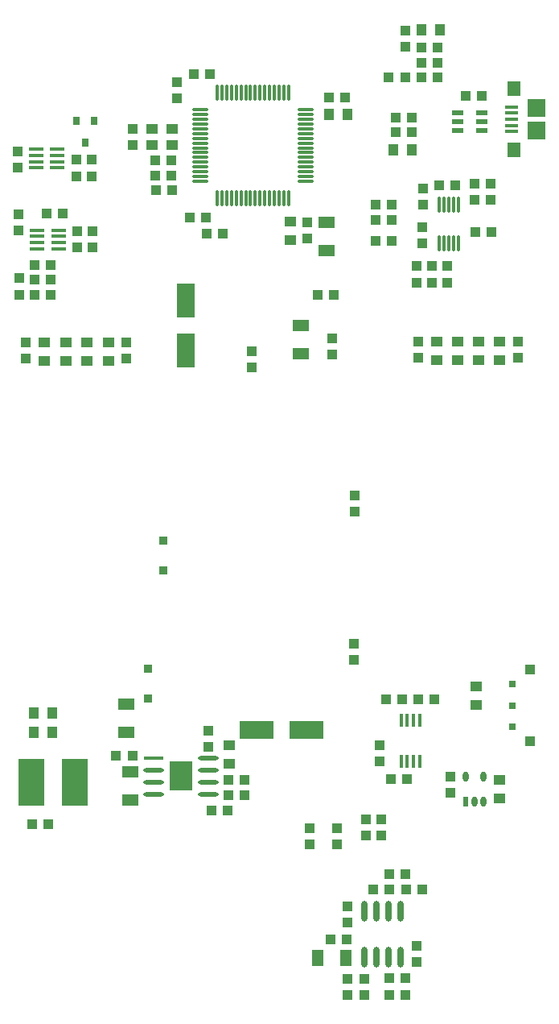
<source format=gtp>
G04*
G04 #@! TF.GenerationSoftware,Altium Limited,CircuitStudio,1.5.1 (13)*
G04*
G04 Layer_Color=7318015*
%FSLAX44Y44*%
%MOMM*%
G71*
G01*
G75*
%ADD10R,0.4318X1.4224*%
%ADD11R,0.9500X0.9000*%
%ADD12R,1.3000X1.0500*%
%ADD13R,1.1999X0.5999*%
%ADD14R,1.1000X1.0000*%
%ADD15R,1.3500X0.4000*%
%ADD16R,1.4000X1.6000*%
%ADD17R,1.9000X1.9000*%
%ADD18R,1.0000X1.1000*%
%ADD19R,1.0500X1.3000*%
%ADD20R,1.5500X0.4500*%
%ADD21R,0.8000X0.9000*%
%ADD22R,1.7500X1.1500*%
%ADD23O,0.3000X1.7000*%
%ADD24R,2.7000X4.8999*%
%ADD25O,1.8000X0.3000*%
%ADD26O,0.3000X1.8000*%
%ADD27R,1.3000X1.1000*%
%ADD28O,0.6000X2.2000*%
%ADD29R,1.1500X1.7500*%
%ADD30R,3.5500X1.8500*%
%ADD31R,1.8500X3.5500*%
%ADD32O,2.1500X0.4500*%
%ADD33R,2.1500X0.4500*%
%ADD34R,2.4000X3.1000*%
%ADD35O,0.6000X1.1000*%
%ADD36R,0.6000X1.1000*%
%ADD37R,0.8000X0.8000*%
%ADD38R,1.0000X1.0000*%
D10*
X685194Y564769D02*
D03*
X691694D02*
D03*
X698194D02*
D03*
X704694D02*
D03*
Y521335D02*
D03*
X698194D02*
D03*
X691694D02*
D03*
X685194D02*
D03*
D11*
X419100Y618744D02*
D03*
Y587244D02*
D03*
X435102Y722118D02*
D03*
Y753618D02*
D03*
D12*
X764540Y580546D02*
D03*
Y600046D02*
D03*
X788416Y962338D02*
D03*
Y942838D02*
D03*
X744916Y962338D02*
D03*
Y942838D02*
D03*
X722869Y962338D02*
D03*
Y942838D02*
D03*
X331963Y942584D02*
D03*
Y962084D02*
D03*
X354417D02*
D03*
Y942584D02*
D03*
X766963Y962338D02*
D03*
Y942838D02*
D03*
X309510Y942584D02*
D03*
Y962084D02*
D03*
X376870Y942584D02*
D03*
Y962084D02*
D03*
X504190Y538070D02*
D03*
Y518570D02*
D03*
X788416Y502256D02*
D03*
Y482756D02*
D03*
X568960Y1088488D02*
D03*
Y1068988D02*
D03*
D13*
X769673Y1184300D02*
D03*
Y1193800D02*
D03*
Y1203299D02*
D03*
X744675D02*
D03*
Y1193800D02*
D03*
Y1184300D02*
D03*
D14*
X696586Y1182624D02*
D03*
X679586D02*
D03*
X696586Y1198372D02*
D03*
X679586D02*
D03*
X752992Y1220470D02*
D03*
X769992D02*
D03*
X723528Y1240012D02*
D03*
X706528D02*
D03*
X706528Y1271762D02*
D03*
X723528D02*
D03*
X689238Y1240012D02*
D03*
X672238D02*
D03*
X299602Y1011682D02*
D03*
X316602D02*
D03*
X316602Y1027430D02*
D03*
X299602D02*
D03*
X299602Y1043178D02*
D03*
X316602D02*
D03*
X328794Y1097534D02*
D03*
X311794D02*
D03*
X658504Y1106424D02*
D03*
X675504D02*
D03*
X658504Y1068832D02*
D03*
X675504D02*
D03*
X780406Y1077976D02*
D03*
X763406D02*
D03*
X703462Y586486D02*
D03*
X720462D02*
D03*
X686172D02*
D03*
X669172D02*
D03*
X723528Y1255760D02*
D03*
X706528D02*
D03*
X443602Y1137412D02*
D03*
X426602D02*
D03*
X443348Y1153414D02*
D03*
X426348D02*
D03*
X479416Y1092708D02*
D03*
X462416D02*
D03*
X609482Y1219454D02*
D03*
X626482D02*
D03*
X483734Y1243838D02*
D03*
X466734D02*
D03*
X658504Y1090168D02*
D03*
X675504D02*
D03*
X385200Y527812D02*
D03*
X402200D02*
D03*
X296554Y455168D02*
D03*
X313554D02*
D03*
X520310Y501650D02*
D03*
X503310D02*
D03*
X520310Y485902D02*
D03*
X503310D02*
D03*
X502276Y469900D02*
D03*
X485276D02*
D03*
X742306Y1127252D02*
D03*
X725306D02*
D03*
X480450Y1076452D02*
D03*
X497450D02*
D03*
X672710Y386588D02*
D03*
X655710D02*
D03*
X610498Y334772D02*
D03*
X627498D02*
D03*
X690508Y386588D02*
D03*
X707508D02*
D03*
X646040Y292608D02*
D03*
X629040D02*
D03*
X672982Y276352D02*
D03*
X689982D02*
D03*
X672728Y293624D02*
D03*
X689728D02*
D03*
X672728Y402844D02*
D03*
X689728D02*
D03*
X629040Y276098D02*
D03*
X646040D02*
D03*
X597036Y1011682D02*
D03*
X614036D02*
D03*
X426856Y1121410D02*
D03*
X443856D02*
D03*
X691506Y502920D02*
D03*
X674506D02*
D03*
D15*
X801290Y1183340D02*
D03*
Y1189840D02*
D03*
Y1196340D02*
D03*
Y1202840D02*
D03*
Y1209340D02*
D03*
D16*
X803540Y1164340D02*
D03*
Y1228340D02*
D03*
D17*
X828040Y1184340D02*
D03*
Y1208340D02*
D03*
D18*
X690000Y1289250D02*
D03*
Y1272250D02*
D03*
X588772Y451594D02*
D03*
Y434594D02*
D03*
X617982Y451594D02*
D03*
Y434594D02*
D03*
X359156Y1136532D02*
D03*
Y1153532D02*
D03*
X343154Y1136532D02*
D03*
Y1153532D02*
D03*
X281940Y1145168D02*
D03*
Y1162168D02*
D03*
X282448Y1079382D02*
D03*
Y1096382D02*
D03*
X282956Y1012072D02*
D03*
Y1029072D02*
D03*
X359918Y1061856D02*
D03*
Y1078856D02*
D03*
X343916Y1061856D02*
D03*
Y1078856D02*
D03*
X635254Y644770D02*
D03*
Y627770D02*
D03*
X636016Y800726D02*
D03*
Y783726D02*
D03*
X290068Y962074D02*
D03*
Y945074D02*
D03*
X807974Y962270D02*
D03*
Y945270D02*
D03*
X703580Y962270D02*
D03*
Y945270D02*
D03*
X396240Y962074D02*
D03*
Y945074D02*
D03*
X779272Y1128640D02*
D03*
Y1111640D02*
D03*
X762508Y1128640D02*
D03*
Y1111640D02*
D03*
X528066Y952618D02*
D03*
Y935618D02*
D03*
X449580Y1218574D02*
D03*
Y1235574D02*
D03*
X586740Y1088254D02*
D03*
Y1071254D02*
D03*
X482600Y553330D02*
D03*
Y536330D02*
D03*
X733298Y1041772D02*
D03*
Y1024772D02*
D03*
X402336Y1185790D02*
D03*
Y1168790D02*
D03*
X708152Y1123306D02*
D03*
Y1106306D02*
D03*
X707136Y1082920D02*
D03*
Y1065920D02*
D03*
X717296Y1024772D02*
D03*
Y1041772D02*
D03*
X737362Y505070D02*
D03*
Y488070D02*
D03*
X647954Y460874D02*
D03*
Y443874D02*
D03*
X663956Y460874D02*
D03*
Y443874D02*
D03*
X701548Y1024772D02*
D03*
Y1041772D02*
D03*
X612902Y949198D02*
D03*
Y966198D02*
D03*
X628904Y352180D02*
D03*
Y369180D02*
D03*
X701802Y327778D02*
D03*
Y310778D02*
D03*
X662432Y521090D02*
D03*
Y538090D02*
D03*
D19*
X726000Y1290000D02*
D03*
X706500D02*
D03*
X298352Y551688D02*
D03*
X317852D02*
D03*
X298352Y572262D02*
D03*
X317852D02*
D03*
X609502Y1201674D02*
D03*
X629002D02*
D03*
X677320Y1164336D02*
D03*
X696820D02*
D03*
D20*
X323416Y1145188D02*
D03*
Y1151688D02*
D03*
Y1158188D02*
D03*
Y1164688D02*
D03*
X300916Y1145188D02*
D03*
Y1151688D02*
D03*
Y1158188D02*
D03*
Y1164688D02*
D03*
X301932Y1079598D02*
D03*
Y1073098D02*
D03*
Y1066598D02*
D03*
Y1060098D02*
D03*
X324432Y1079598D02*
D03*
Y1073098D02*
D03*
Y1066598D02*
D03*
Y1060098D02*
D03*
D21*
X362306Y1194382D02*
D03*
X343306D02*
D03*
X352806Y1171882D02*
D03*
D22*
X579628Y949688D02*
D03*
Y979188D02*
D03*
X606806Y1088154D02*
D03*
Y1058654D02*
D03*
X396240Y551924D02*
D03*
Y581424D02*
D03*
X400304Y480804D02*
D03*
Y510304D02*
D03*
D23*
X745330Y1106858D02*
D03*
X740330D02*
D03*
X735330D02*
D03*
X730330D02*
D03*
X725330D02*
D03*
X745330Y1065858D02*
D03*
X740330D02*
D03*
X735330D02*
D03*
X730330D02*
D03*
X725330D02*
D03*
D24*
X341516Y499872D02*
D03*
X295516D02*
D03*
D25*
X473582Y1206154D02*
D03*
Y1201154D02*
D03*
Y1196154D02*
D03*
Y1191154D02*
D03*
Y1186154D02*
D03*
Y1181154D02*
D03*
Y1176154D02*
D03*
Y1171154D02*
D03*
Y1166154D02*
D03*
Y1161154D02*
D03*
Y1156154D02*
D03*
Y1151154D02*
D03*
Y1146154D02*
D03*
Y1141154D02*
D03*
Y1136154D02*
D03*
Y1131154D02*
D03*
X584582D02*
D03*
Y1136154D02*
D03*
Y1141154D02*
D03*
Y1146154D02*
D03*
Y1151154D02*
D03*
Y1156154D02*
D03*
Y1161154D02*
D03*
Y1166154D02*
D03*
Y1171154D02*
D03*
Y1176154D02*
D03*
Y1181154D02*
D03*
Y1186154D02*
D03*
Y1191154D02*
D03*
Y1196154D02*
D03*
Y1201154D02*
D03*
Y1206154D02*
D03*
D26*
X491582Y1113154D02*
D03*
X496582D02*
D03*
X501582D02*
D03*
X506582D02*
D03*
X511582D02*
D03*
X516582D02*
D03*
X521582D02*
D03*
X526582D02*
D03*
X531582D02*
D03*
X536582D02*
D03*
X541582D02*
D03*
X546582D02*
D03*
X551582D02*
D03*
X556582D02*
D03*
X561582D02*
D03*
X566582D02*
D03*
Y1224154D02*
D03*
X561582D02*
D03*
X556582D02*
D03*
X551582D02*
D03*
X546582D02*
D03*
X541582D02*
D03*
X536582D02*
D03*
X531582D02*
D03*
X526582D02*
D03*
X521582D02*
D03*
X516582D02*
D03*
X511582D02*
D03*
X506582D02*
D03*
X501582D02*
D03*
X496582D02*
D03*
X491582D02*
D03*
D27*
X423340Y1169294D02*
D03*
Y1185794D02*
D03*
X444340Y1169294D02*
D03*
Y1185794D02*
D03*
D28*
X684276Y363852D02*
D03*
X671576D02*
D03*
X658876D02*
D03*
X646176D02*
D03*
X684276Y315852D02*
D03*
X671576D02*
D03*
X658876D02*
D03*
X646176D02*
D03*
D29*
X626890Y314706D02*
D03*
X597390D02*
D03*
D30*
X533312Y554736D02*
D03*
X585812D02*
D03*
D31*
X458724Y953428D02*
D03*
Y1005928D02*
D03*
D32*
X482460Y487090D02*
D03*
Y499790D02*
D03*
Y512490D02*
D03*
Y525190D02*
D03*
X424960Y487090D02*
D03*
Y499790D02*
D03*
Y512490D02*
D03*
D33*
Y525190D02*
D03*
D34*
X453710Y506140D02*
D03*
D35*
X771856Y505044D02*
D03*
X752856D02*
D03*
X771856Y479044D02*
D03*
X762356D02*
D03*
D36*
X752856D02*
D03*
D37*
X802000Y557750D02*
D03*
Y580250D02*
D03*
Y602750D02*
D03*
D38*
X821001Y542750D02*
D03*
Y617750D02*
D03*
M02*

</source>
